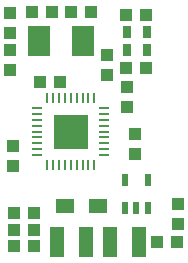
<source format=gtp>
G04*
G04 #@! TF.GenerationSoftware,Altium Limited,Altium Designer,20.1.8 (145)*
G04*
G04 Layer_Color=8421504*
%FSLAX25Y25*%
%MOIN*%
G70*
G04*
G04 #@! TF.SameCoordinates,9520363F-8405-43F2-999A-1BF51871F706*
G04*
G04*
G04 #@! TF.FilePolarity,Positive*
G04*
G01*
G75*
%ADD17R,0.04331X0.03937*%
%ADD18R,0.05000X0.09843*%
%ADD19R,0.03937X0.04331*%
%ADD20R,0.06000X0.05000*%
%ADD21R,0.11811X0.11811*%
%ADD22O,0.03740X0.00984*%
%ADD23O,0.00984X0.03740*%
%ADD24R,0.07284X0.10039*%
%ADD25R,0.02756X0.03937*%
%ADD26R,0.02362X0.04331*%
D17*
X531600Y209500D02*
D03*
X524907D02*
D03*
X531600Y203950D02*
D03*
X524907D02*
D03*
X531600Y198400D02*
D03*
X524907D02*
D03*
X579247Y199900D02*
D03*
X572553D02*
D03*
X533354Y253000D02*
D03*
X540047D02*
D03*
X530653Y276600D02*
D03*
X537347D02*
D03*
X550447Y276500D02*
D03*
X543753D02*
D03*
X562153Y275500D02*
D03*
X568847D02*
D03*
X562153Y257900D02*
D03*
X568847D02*
D03*
D18*
X538979Y199811D02*
D03*
X566538D02*
D03*
X556695D02*
D03*
X548821D02*
D03*
D19*
X579400Y205854D02*
D03*
Y212546D02*
D03*
X524500Y231946D02*
D03*
Y225254D02*
D03*
X523600Y257000D02*
D03*
Y263693D02*
D03*
Y276239D02*
D03*
Y269547D02*
D03*
X555900Y255300D02*
D03*
Y261993D02*
D03*
X562600Y251346D02*
D03*
Y244654D02*
D03*
X565200Y229007D02*
D03*
Y235700D02*
D03*
D20*
X541900Y211900D02*
D03*
X552900D02*
D03*
D21*
X543700Y236600D02*
D03*
D22*
X554822Y244474D02*
D03*
Y242506D02*
D03*
Y240537D02*
D03*
Y238568D02*
D03*
Y236600D02*
D03*
Y234631D02*
D03*
Y232663D02*
D03*
Y230695D02*
D03*
Y228726D02*
D03*
X532578D02*
D03*
Y230695D02*
D03*
Y232663D02*
D03*
Y234631D02*
D03*
Y236600D02*
D03*
Y238568D02*
D03*
Y240537D02*
D03*
Y242506D02*
D03*
Y244474D02*
D03*
D23*
X551574Y225478D02*
D03*
X549606D02*
D03*
X547637D02*
D03*
X545669D02*
D03*
X543700D02*
D03*
X541732D02*
D03*
X539763D02*
D03*
X537794D02*
D03*
X535826D02*
D03*
Y247722D02*
D03*
X537794D02*
D03*
X539763D02*
D03*
X541732D02*
D03*
X543700D02*
D03*
X545669D02*
D03*
X547637D02*
D03*
X549606D02*
D03*
X551574D02*
D03*
D24*
X547784Y266800D02*
D03*
X533216D02*
D03*
D25*
X569130Y263767D02*
D03*
X562437D02*
D03*
X569130Y269633D02*
D03*
X562437D02*
D03*
D26*
X561860Y211100D02*
D03*
X565600D02*
D03*
X569340D02*
D03*
Y220549D02*
D03*
X561860D02*
D03*
M02*

</source>
